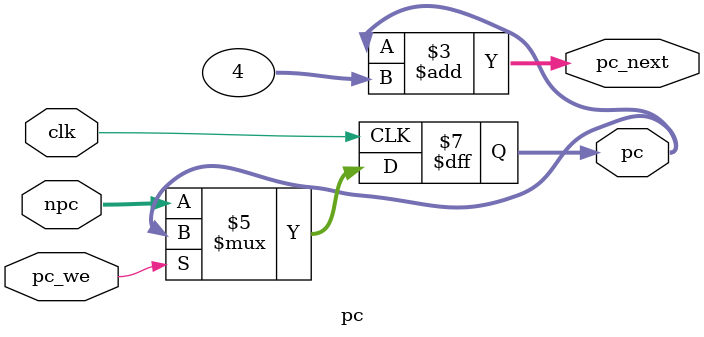
<source format=v>
`timescale 1ns / 1ps
module pc(
	 input clk,
	 input pc_we,
	 input [31:0] npc,
/*=========================================================================================================*/
	 output reg [31:0] pc,
	 output  [31:0] pc_next
    );
/*=========================================================================================================*/
	initial
	begin
		pc=32'b0000_0000_0000_0000_0011_0000_0000_0000;
	end
/*=========================================================================================================*/
	 always @(posedge clk)
	 begin
		if(~pc_we)
			pc<=npc;
	 end
	assign pc_next=pc+4;
endmodule

</source>
